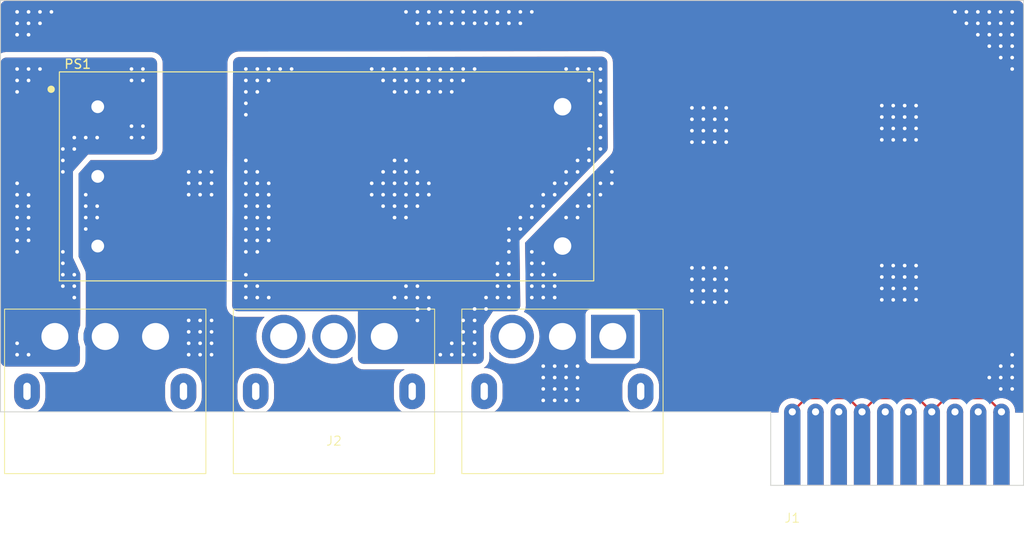
<source format=kicad_pcb>
(kicad_pcb (version 20240108) (generator "pcbnew") (generator_version "8.0")
  (layers (0 "F.Cu" signal) (31 "B.Cu" signal) (34 "B.Paste" user) (35 "F.Paste" user) (36 "B.SilkS" user "B.Silkscreen") (37 "F.SilkS" user "F.Silkscreen") (38 "B.Mask" user) (39 "F.Mask" user) (44 "Edge.Cuts" user))
  (net 0 "")
  (net 1 "GND1")
  (net 6 "/48v")
  (net 8 "GND2")
  (net 12 "/12v_3")
  (footprint "2024-power:Murata DCE0133V2NBC" (layer "F.Cu") (at 92.12 62.815)
    (property "Reference" "PS1" (at 2 -0.85 0) (layer "F.SilkS"))
    (property "Value" "DCE0133V2NBC")
    (fp_rect (start 0 22.86) (end 58.4 0) (stroke (width 0.12)) (fill none) (layer "F.SilkS"))
    (fp_circle (center -0.9 1.9) (end -0.7 1.9) (stroke (width 0.4)) (fill none) (layer "F.SilkS"))
    (pad "1" thru_hole rect (at 4.19 3.81) (size 2.1 2.1) (drill 1.4) (layers "*.Cu" "*.Mask") (net 6 "/48v"))
    (pad "2" thru_hole circle (at 4.19 11.43) (size 2.1 2.1) (drill 1.4) (layers "*.Cu" "*.Mask") (net 8 "GND2"))
    (pad "3" thru_hole circle (at 4.19 19.05) (size 2.1 2.1) (drill 1.4) (layers "*.Cu" "*.Mask") (net 8 "GND2"))
    (pad "4" thru_hole circle (at 54.99 19.05) (size 2.61 2.61) (drill 1.91) (layers "*.Cu" "*.Mask") (net 8 "GND2"))
    (pad "8" thru_hole circle (at 54.99 3.81) (size 2.61 2.61) (drill 1.91) (layers "*.Cu" "*.Mask") (net 12 "/12v_3"))
  )
  (footprint "2024-backplane:MR60PW-M_X3" (layer "F.Cu") (at 122.13 91.76)
    (property "Reference" "J2" (at 0 11.43 0) (layer "F.SilkS") (effects (font (thickness 0.1))))
    (property "Value" "~")
    (fp_rect (start -36 -3) (end -14 15) (stroke (width 0.1)) (fill none) (layer "F.SilkS"))
    (fp_rect (start -11 -3) (end 11 15) (stroke (width 0.1)) (fill none) (layer "F.SilkS"))
    (fp_rect (start 13.97 -3) (end 35.97 15) (stroke (width 0.1)) (fill none) (layer "F.SilkS"))
    (pad "" thru_hole oval (at -33.55 6) (size 2.8 3.9) (drill oval 0.8 1.9) (layers "*.Cu" "*.Mask"))
    (pad "" thru_hole oval (at -16.45 6) (size 2.8 3.9) (drill oval 0.8 1.9) (layers "*.Cu" "*.Mask"))
    (pad "" thru_hole oval (at -8.55 6) (size 2.8 3.9) (drill oval 0.8 1.9) (layers "*.Cu" "*.Mask"))
    (pad "" thru_hole oval (at 8.55 6) (size 2.8 3.9) (drill oval 0.8 1.9) (layers "*.Cu" "*.Mask"))
    (pad "" thru_hole oval (at 16.42 6) (size 2.8 3.9) (drill oval 0.8 1.9) (layers "*.Cu" "*.Mask"))
    (pad "" thru_hole oval (at 33.52 6) (size 2.8 3.9) (drill oval 0.8 1.9) (layers "*.Cu" "*.Mask"))
    (pad "1" thru_hole circle (at -30.5 0) (size 4.75 4.75) (drill 2.95) (layers "*.Cu" "*.Mask") (net 6 "/48v"))
    (pad "2" thru_hole circle (at -25 0) (size 4.75 4.75) (drill 2.95) (layers "*.Cu" "*.Mask") (net 8 "GND2"))
    (pad "3" thru_hole rect (at -19.5 0) (size 4.75 4.75) (drill 2.95) (layers "*.Cu" "*.Mask") (net 8 "GND2"))
    (pad "4" thru_hole circle (at -5.5 0) (size 4.75 4.75) (drill 2.95) (layers "*.Cu" "*.Mask"))
    (pad "5" thru_hole circle (at 0 0) (size 4.75 4.75) (drill 2.95) (layers "*.Cu" "*.Mask"))
    (pad "6" thru_hole rect (at 5.5 0) (size 4.75 4.75) (drill 2.95) (layers "*.Cu" "*.Mask") (net 12 "/12v_3"))
    (pad "7" thru_hole circle (at 19.47 0) (size 4.75 4.75) (drill 2.95) (layers "*.Cu" "*.Mask"))
    (pad "8" thru_hole circle (at 24.97 0) (size 4.75 4.75) (drill 2.95) (layers "*.Cu" "*.Mask") (net 8 "GND2"))
    (pad "9" thru_hole rect (at 30.47 0) (size 4.75 4.75) (drill 2.95) (layers "*.Cu" "*.Mask"))
  )
  (footprint "2024-backplane:CardEdge_2x10" (layer "F.Cu") (at 172.22 104)
    (property "Reference" "J1" (at 0 7.62 0) (layer "F.SilkS") (effects (font (thickness 0.1))))
    (property "Value" "Conn_01x10_Pin")
    (pad "1" thru_hole circle (at 0 -4 180) (size 1.78 1.78) (drill 0.78) (layers "*.Cu" "*.Mask") (net 1 "GND1"))
    (pad "1" smd rect (at 0 0 180) (size 1.78 8) (layers "F.Cu" "F.Paste" "F.Mask") (net 1 "GND1"))
    (pad "1" smd rect (at 0 0) (size 1.78 8) (layers "B.Cu" "B.Paste" "B.Mask") (net 1 "GND1"))
    (pad "2" thru_hole circle (at 2.54 -4 180) (size 1.78 1.78) (drill 0.78) (layers "*.Cu" "*.Mask"))
    (pad "2" smd rect (at 2.54 0 180) (size 1.78 8) (layers "F.Cu" "F.Paste" "F.Mask"))
    (pad "2" smd rect (at 2.54 0) (size 1.78 8) (layers "B.Cu" "B.Paste" "B.Mask"))
    (pad "3" thru_hole circle (at 5.08 -4 180) (size 1.78 1.78) (drill 0.78) (layers "*.Cu" "*.Mask"))
    (pad "3" smd rect (at 5.08 0 180) (size 1.78 8) (layers "F.Cu" "F.Paste" "F.Mask"))
    (pad "3" smd rect (at 5.08 0) (size 1.78 8) (layers "B.Cu" "B.Paste" "B.Mask"))
    (pad "4" thru_hole circle (at 7.62 -4 180) (size 1.78 1.78) (drill 0.78) (layers "*.Cu" "*.Mask") (net 1 "GND1"))
    (pad "4" smd rect (at 7.62 0 180) (size 1.78 8) (layers "F.Cu" "F.Paste" "F.Mask") (net 1 "GND1"))
    (pad "4" smd rect (at 7.62 0) (size 1.78 8) (layers "B.Cu" "B.Paste" "B.Mask") (net 1 "GND1"))
    (pad "5" thru_hole circle (at 10.16 -4 180) (size 1.78 1.78) (drill 0.78) (layers "*.Cu" "*.Mask"))
    (pad "5" smd rect (at 10.16 0 180) (size 1.78 8) (layers "F.Cu" "F.Paste" "F.Mask"))
    (pad "5" smd rect (at 10.16 0) (size 1.78 8) (layers "B.Cu" "B.Paste" "B.Mask"))
    (pad "6" thru_hole circle (at 12.7 -4 180) (size 1.78 1.78) (drill 0.78) (layers "*.Cu" "*.Mask"))
    (pad "6" smd rect (at 12.7 0 180) (size 1.78 8) (layers "F.Cu" "F.Paste" "F.Mask"))
    (pad "6" smd rect (at 12.7 0) (size 1.78 8) (layers "B.Cu" "B.Paste" "B.Mask"))
    (pad "7" thru_hole circle (at 15.24 -4 180) (size 1.78 1.78) (drill 0.78) (layers "*.Cu" "*.Mask") (net 1 "GND1"))
    (pad "7" smd rect (at 15.24 0 180) (size 1.78 8) (layers "F.Cu" "F.Paste" "F.Mask") (net 1 "GND1"))
    (pad "7" smd rect (at 15.24 0) (size 1.78 8) (layers "B.Cu" "B.Paste" "B.Mask") (net 1 "GND1"))
    (pad "8" thru_hole circle (at 17.78 -4 180) (size 1.78 1.78) (drill 0.78) (layers "*.Cu" "*.Mask"))
    (pad "8" smd rect (at 17.78 0 180) (size 1.78 8) (layers "F.Cu" "F.Paste" "F.Mask"))
    (pad "8" smd rect (at 17.78 0) (size 1.78 8) (layers "B.Cu" "B.Paste" "B.Mask"))
    (pad "9" thru_hole circle (at 20.32 -4 180) (size 1.78 1.78) (drill 0.78) (layers "*.Cu" "*.Mask"))
    (pad "9" smd rect (at 20.32 0 180) (size 1.78 8) (layers "F.Cu" "F.Paste" "F.Mask"))
    (pad "9" smd rect (at 20.32 0) (size 1.78 8) (layers "B.Cu" "B.Paste" "B.Mask"))
    (pad "10" thru_hole circle (at 22.86 -4 180) (size 1.78 1.78) (drill 0.78) (layers "*.Cu" "*.Mask") (net 1 "GND1"))
    (pad "10" smd rect (at 22.86 0 180) (size 1.78 8) (layers "F.Cu" "F.Paste" "F.Mask") (net 1 "GND1"))
    (pad "10" smd rect (at 22.86 0) (size 1.78 8) (layers "B.Cu" "B.Paste" "B.Mask") (net 1 "GND1"))
  )
  (gr_line (start 197.5 108.042) (end 169.86 108.042) (stroke (width 0.1)) (layer "Edge.Cuts"))
  (gr_line (start 197.5 108.042) (end 197.5 100) (stroke (width 0.1)) (layer "Edge.Cuts"))
  (gr_line (start 85.68 100) (end 85.68 55) (stroke (width 0.1)) (layer "Edge.Cuts"))
  (gr_line (start 85.68 55) (end 197.5 55) (stroke (width 0.1)) (layer "Edge.Cuts"))
  (gr_line (start 169.86 100) (end 85.68 100) (stroke (width 0.1)) (layer "Edge.Cuts"))
  (gr_line (start 197.5 100) (end 197.5 55) (stroke (width 0.1)) (layer "Edge.Cuts"))
  (gr_line (start 169.86 108.042) (end 169.86 100) (stroke (width 0.1)) (layer "Edge.Cuts"))
  (segment (start 193.58 98.5) (end 188.96 98.5) (width 0.25) (layer "F.Cu") (net 1))
  (segment (start 188.96 98.5) (end 187.46 100) (width 0.25) (layer "F.Cu") (net 1))
  (segment (start 185.96 98.5) (end 181.34 98.5) (width 0.25) (layer "F.Cu") (net 1))
  (segment (start 179.84 100) (end 178.34 98.5) (width 0.25) (layer "F.Cu") (net 1))
  (segment (start 195.08 100) (end 193.58 98.5) (width 0.25) (layer "F.Cu") (net 1))
  (segment (start 173.72 98.5) (end 172.22 100) (width 0.25) (layer "F.Cu") (net 1))
  (segment (start 187.46 100) (end 185.96 98.5) (width 0.25) (layer "F.Cu") (net 1))
  (segment (start 178.34 98.5) (end 173.72 98.5) (width 0.25) (layer "F.Cu") (net 1))
  (segment (start 181.34 98.5) (end 179.84 100) (width 0.25) (layer "F.Cu") (net 1))
  (via (at 88.75 63.75) (size 0.8) (drill 0.4) (layers "F.Cu" "B.Cu") (net 6))
  (via (at 92.5 86.25) (size 0.8) (drill 0.4) (layers "F.Cu" "B.Cu") (net 6))
  (via (at 93.75 71.25) (size 0.8) (drill 0.4) (layers "F.Cu" "B.Cu") (net 6))
  (via (at 88.75 78.75) (size 0.8) (drill 0.4) (layers "F.Cu" "B.Cu") (net 6))
  (via (at 88.75 77.5) (size 0.8) (drill 0.4) (layers "F.Cu" "B.Cu") (net 6))
  (via (at 87.5 93.75) (size 0.8) (drill 0.4) (layers "F.Cu" "B.Cu") (net 6))
  (via (at 87.5 76.25) (size 0.8) (drill 0.4) (layers "F.Cu" "B.Cu") (net 6))
  (via (at 101.25 68.75) (size 0.8) (drill 0.4) (layers "F.Cu" "B.Cu") (net 6))
  (via (at 100 63.75) (size 0.8) (drill 0.4) (layers "F.Cu" "B.Cu") (net 6))
  (via (at 87.5 65) (size 0.8) (drill 0.4) (layers "F.Cu" "B.Cu") (net 6))
  (via (at 88.75 76.25) (size 0.8) (drill 0.4) (layers "F.Cu" "B.Cu") (net 6))
  (via (at 101.25 62.5) (size 0.8) (drill 0.4) (layers "F.Cu" "B.Cu") (net 6))
  (via (at 92.5 82.5) (size 0.8) (drill 0.4) (layers "F.Cu" "B.Cu") (net 6))
  (via (at 87.5 77.5) (size 0.8) (drill 0.4) (layers "F.Cu" "B.Cu") (net 6))
  (via (at 87.5 75) (size 0.8) (drill 0.4) (layers "F.Cu" "B.Cu") (net 6))
  (via (at 90 62.5) (size 0.8) (drill 0.4) (layers "F.Cu" "B.Cu") (net 6))
  (via (at 93.75 70) (size 0.8) (drill 0.4) (layers "F.Cu" "B.Cu") (net 6))
  (via (at 93.75 87.5) (size 0.8) (drill 0.4) (layers "F.Cu" "B.Cu") (net 6))
  (via (at 88.75 93.75) (size 0.8) (drill 0.4) (layers "F.Cu" "B.Cu") (net 6))
  (via (at 101.25 70) (size 0.8) (drill 0.4) (layers "F.Cu" "B.Cu") (net 6))
  (via (at 87.5 63.75) (size 0.8) (drill 0.4) (layers "F.Cu" "B.Cu") (net 6))
  (via (at 95 70) (size 0.8) (drill 0.4) (layers "F.Cu" "B.Cu") (net 6))
  (via (at 87.5 78.75) (size 0.8) (drill 0.4) (layers "F.Cu" "B.Cu") (net 6))
  (via (at 88.75 62.5) (size 0.8) (drill 0.4) (layers "F.Cu" "B.Cu") (net 6))
  (via (at 87.5 81.25) (size 0.8) (drill 0.4) (layers "F.Cu" "B.Cu") (net 6))
  (via (at 87.5 80) (size 0.8) (drill 0.4) (layers "F.Cu" "B.Cu") (net 6))
  (via (at 92.5 73.75) (size 0.8) (drill 0.4) (layers "F.Cu" "B.Cu") (net 6))
  (via (at 96.25 70) (size 0.8) (drill 0.4) (layers "F.Cu" "B.Cu") (net 6))
  (via (at 88.75 80) (size 0.8) (drill 0.4) (layers "F.Cu" "B.Cu") (net 6))
  (via (at 87.5 82.5) (size 0.8) (drill 0.4) (layers "F.Cu" "B.Cu") (net 6))
  (via (at 87.5 62.5) (size 0.8) (drill 0.4) (layers "F.Cu" "B.Cu") (net 6))
  (via (at 92.5 72.5) (size 0.8) (drill 0.4) (layers "F.Cu" "B.Cu") (net 6))
  (via (at 100 62.5) (size 0.8) (drill 0.4) (layers "F.Cu" "B.Cu") (net 6))
  (via (at 92.5 85) (size 0.8) (drill 0.4) (layers "F.Cu" "B.Cu") (net 6))
  (via (at 100 70) (size 0.8) (drill 0.4) (layers "F.Cu" "B.Cu") (net 6))
  (via (at 93.75 85) (size 0.8) (drill 0.4) (layers "F.Cu" "B.Cu") (net 6))
  (via (at 92.5 71.25) (size 0.8) (drill 0.4) (layers "F.Cu" "B.Cu") (net 6))
  (via (at 93.75 86.25) (size 0.8) (drill 0.4) (layers "F.Cu" "B.Cu") (net 6))
  (via (at 87.5 92.5) (size 0.8) (drill 0.4) (layers "F.Cu" "B.Cu") (net 6))
  (via (at 100 68.75) (size 0.8) (drill 0.4) (layers "F.Cu" "B.Cu") (net 6))
  (via (at 88.75 81.25) (size 0.8) (drill 0.4) (layers "F.Cu" "B.Cu") (net 6))
  (via (at 92.5 83.75) (size 0.8) (drill 0.4) (layers "F.Cu" "B.Cu") (net 6))
  (via (at 101.25 63.75) (size 0.8) (drill 0.4) (layers "F.Cu" "B.Cu") (net 6))
  (via (at 196.25 97.5) (size 0.8) (drill 0.4) (layers "F.Cu" "B.Cu") (net 8))
  (via (at 185.75 85.25) (size 0.8) (drill 0.4) (layers "F.Cu" "B.Cu") (net 8))
  (via (at 150 77.5) (size 0.8) (drill 0.4) (layers "F.Cu" "B.Cu") (net 8))
  (via (at 185.75 84) (size 0.8) (drill 0.4) (layers "F.Cu" "B.Cu") (net 8))
  (via (at 145 97.5) (size 0.8) (drill 0.4) (layers "F.Cu" "B.Cu") (net 8))
  (via (at 196.25 58.75) (size 0.8) (drill 0.4) (layers "F.Cu" "B.Cu") (net 8))
  (via (at 163.75 85.5) (size 0.8) (drill 0.4) (layers "F.Cu" "B.Cu") (net 8))
  (via (at 106.25 90) (size 0.8) (drill 0.4) (layers "F.Cu" "B.Cu") (net 8))
  (via (at 196.25 62.5) (size 0.8) (drill 0.4) (layers "F.Cu" "B.Cu") (net 8))
  (via (at 184.5 84) (size 0.8) (drill 0.4) (layers "F.Cu" "B.Cu") (net 8))
  (via (at 146.25 85) (size 0.8) (drill 0.4) (layers "F.Cu" "B.Cu") (net 8))
  (via (at 147.5 98.75) (size 0.8) (drill 0.4) (layers "F.Cu" "B.Cu") (net 8))
  (via (at 195 97.5) (size 0.8) (drill 0.4) (layers "F.Cu" "B.Cu") (net 8))
  (via (at 162.5 68) (size 0.8) (drill 0.4) (layers "F.Cu" "B.Cu") (net 8))
  (via (at 162.5 69.25) (size 0.8) (drill 0.4) (layers "F.Cu" "B.Cu") (net 8))
  (via (at 146.25 97.5) (size 0.8) (drill 0.4) (layers "F.Cu" "B.Cu") (net 8))
  (via (at 185.75 69) (size 0.8) (drill 0.4) (layers "F.Cu" "B.Cu") (net 8))
  (via (at 142.5 56.25) (size 0.8) (drill 0.4) (layers "F.Cu" "B.Cu") (net 8))
  (via (at 165 85.5) (size 0.8) (drill 0.4) (layers "F.Cu" "B.Cu") (net 8))
  (via (at 163.75 70.5) (size 0.8) (drill 0.4) (layers "F.Cu" "B.Cu") (net 8))
  (via (at 184.5 87.75) (size 0.8) (drill 0.4) (layers "F.Cu" "B.Cu") (net 8))
  (via (at 190 56.25) (size 0.8) (drill 0.4) (layers "F.Cu" "B.Cu") (net 8))
  (via (at 108.75 90) (size 0.8) (drill 0.4) (layers "F.Cu" "B.Cu") (net 8))
  (via (at 148.75 96.25) (size 0.8) (drill 0.4) (layers "F.Cu" "B.Cu") (net 8))
  (via (at 185.75 87.75) (size 0.8) (drill 0.4) (layers "F.Cu" "B.Cu") (net 8))
  (via (at 141.25 56.25) (size 0.8) (drill 0.4) (layers "F.Cu" "B.Cu") (net 8))
  (via (at 152.5 73.75) (size 0.8) (drill 0.4) (layers "F.Cu" "B.Cu") (net 8))
  (via (at 90 56.25) (size 0.8) (drill 0.4) (layers "F.Cu" "B.Cu") (net 8))
  (via (at 136.25 56.25) (size 0.8) (drill 0.4) (layers "F.Cu" "B.Cu") (net 8))
  (via (at 165 70.5) (size 0.8) (drill 0.4) (layers "F.Cu" "B.Cu") (net 8))
  (via (at 108.75 92.5) (size 0.8) (drill 0.4) (layers "F.Cu" "B.Cu") (net 8))
  (via (at 196.25 95) (size 0.8) (drill 0.4) (layers "F.Cu" "B.Cu") (net 8))
  (via (at 193.75 57.5) (size 0.8) (drill 0.4) (layers "F.Cu" "B.Cu") (net 8))
  (via (at 165 69.25) (size 0.8) (drill 0.4) (layers "F.Cu" "B.Cu") (net 8))
  (via (at 183.25 87.75) (size 0.8) (drill 0.4) (layers "F.Cu" "B.Cu") (net 8))
  (via (at 184.5 67.75) (size 0.8) (drill 0.4) (layers "F.Cu" "B.Cu") (net 8))
  (via (at 165 88) (size 0.8) (drill 0.4) (layers "F.Cu" "B.Cu") (net 8))
  (via (at 146.25 96.25) (size 0.8) (drill 0.4) (layers "F.Cu" "B.Cu") (net 8))
  (via (at 196.25 57.5) (size 0.8) (drill 0.4) (layers "F.Cu" "B.Cu") (net 8))
  (via (at 183.25 69) (size 0.8) (drill 0.4) (layers "F.Cu" "B.Cu") (net 8))
  (via (at 196.25 93.75) (size 0.8) (drill 0.4) (layers "F.Cu" "B.Cu") (net 8))
  (via (at 195 96.25) (size 0.8) (drill 0.4) (layers "F.Cu" "B.Cu") (net 8))
  (via (at 143.75 56.25) (size 0.8) (drill 0.4) (layers "F.Cu" "B.Cu") (net 8))
  (via (at 136.25 57.5) (size 0.8) (drill 0.4) (layers "F.Cu" "B.Cu") (net 8))
  (via (at 107.5 92.5) (size 0.8) (drill 0.4) (layers "F.Cu" "B.Cu") (net 8))
  (via (at 161.25 86.75) (size 0.8) (drill 0.4) (layers "F.Cu" "B.Cu") (net 8))
  (via (at 87.5 58.75) (size 0.8) (drill 0.4) (layers "F.Cu" "B.Cu") (net 8))
  (via (at 162.5 85.5) (size 0.8) (drill 0.4) (layers "F.Cu" "B.Cu") (net 8))
  (via (at 135 56.25) (size 0.8) (drill 0.4) (layers "F.Cu" "B.Cu") (net 8))
  (via (at 141.25 57.5) (size 0.8) (drill 0.4) (layers "F.Cu" "B.Cu") (net 8))
  (via (at 183.25 70.25) (size 0.8) (drill 0.4) (layers "F.Cu" "B.Cu") (net 8))
  (via (at 143.75 87.5) (size 0.8) (drill 0.4) (layers "F.Cu" "B.Cu") (net 8))
  (via (at 195 60) (size 0.8) (drill 0.4) (layers "F.Cu" "B.Cu") (net 8))
  (via (at 195 56.25) (size 0.8) (drill 0.4) (layers "F.Cu" "B.Cu") (net 8))
  (via (at 161.25 85.5) (size 0.8) (drill 0.4) (layers "F.Cu" "B.Cu") (net 8))
  (via (at 147.5 78.75) (size 0.8) (drill 0.4) (layers "F.Cu" "B.Cu") (net 8))
  (via (at 108.75 75) (size 0.8) (drill 0.4) (layers "F.Cu" "B.Cu") (net 8))
  (via (at 88.75 58.75) (size 0.8) (drill 0.4) (layers "F.Cu" "B.Cu") (net 8))
  (via (at 150 76.25) (size 0.8) (drill 0.4) (layers "F.Cu" "B.Cu") (net 8))
  (via (at 140 57.5) (size 0.8) (drill 0.4) (layers "F.Cu" "B.Cu") (net 8))
  (via (at 161.25 66.75) (size 0.8) (drill 0.4) (layers "F.Cu" "B.Cu") (net 8))
  (via (at 165 68) (size 0.8) (drill 0.4) (layers "F.Cu" "B.Cu") (net 8))
  (via (at 135 57.5) (size 0.8) (drill 0.4) (layers "F.Cu" "B.Cu") (net 8))
  (via (at 184.5 85.25) (size 0.8) (drill 0.4) (layers "F.Cu" "B.Cu") (net 8))
  (via (at 161.25 68) (size 0.8) (drill 0.4) (layers "F.Cu" "B.Cu") (net 8))
  (via (at 161.25 69.25) (size 0.8) (drill 0.4) (layers "F.Cu" "B.Cu") (net 8))
  (via (at 193.75 60) (size 0.8) (drill 0.4) (layers "F.Cu" "B.Cu") (net 8))
  (via (at 95 77.5) (size 0.8) (drill 0.4) (layers "F.Cu" "B.Cu") (net 8))
  (via (at 183.25 67.75) (size 0.8) (drill 0.4) (layers "F.Cu" "B.Cu") (net 8))
  (via (at 143.75 86.25) (size 0.8) (drill 0.4) (layers "F.Cu" "B.Cu") (net 8))
  (via (at 88.75 56.25) (size 0.8) (drill 0.4) (layers "F.Cu" "B.Cu") (net 8))
  (via (at 106.25 75) (size 0.8) (drill 0.4) (layers "F.Cu" "B.Cu") (net 8))
  (via (at 196.25 96.25) (size 0.8) (drill 0.4) (layers "F.Cu" "B.Cu") (net 8))
  (via (at 107.5 93.75) (size 0.8) (drill 0.4) (layers "F.Cu" "B.Cu") (net 8))
  (via (at 184.5 86.5) (size 0.8) (drill 0.4) (layers "F.Cu" "B.Cu") (net 8))
  (via (at 162.5 84.25) (size 0.8) (drill 0.4) (layers "F.Cu" "B.Cu") (net 8))
  (via (at 195 95) (size 0.8) (drill 0.4) (layers "F.Cu" "B.Cu") (net 8))
  (via (at 185.75 67.75) (size 0.8) (drill 0.4) (layers "F.Cu" "B.Cu") (net 8))
  (via (at 140 56.25) (size 0.8) (drill 0.4) (layers "F.Cu" "B.Cu") (net 8))
  (via (at 106.25 73.75) (size 0.8) (drill 0.4) (layers "F.Cu" "B.Cu") (net 8))
  (via (at 193.75 58.75) (size 0.8) (drill 0.4) (layers "F.Cu" "B.Cu") (net 8))
  (via (at 191.25 56.25) (size 0.8) (drill 0.4) (layers "F.Cu" "B.Cu") (net 8))
  (via (at 133.75 57.5) (size 0.8) (drill 0.4) (layers "F.Cu" "B.Cu") (net 8))
  (via (at 184.5 70.25) (size 0.8) (drill 0.4) (layers "F.Cu" "B.Cu") (net 8))
  (via (at 131.25 56.25) (size 0.8) (drill 0.4) (layers "F.Cu" "B.Cu") (net 8))
  (via (at 182 69) (size 0.8) (drill 0.4) (layers "F.Cu" "B.Cu") (net 8))
  (via (at 108.75 91.25) (size 0.8) (drill 0.4) (layers "F.Cu" "B.Cu") (net 8))
  (via (at 162.5 70.5) (size 0.8) (drill 0.4) (layers "F.Cu" "B.Cu") (net 8))
  (via (at 184.5 69) (size 0.8) (drill 0.4) (layers "F.Cu" "B.Cu") (net 8))
  (via (at 95 80) (size 0.8) (drill 0.4) (layers "F.Cu" "B.Cu") (net 8))
  (via (at 182 87.75) (size 0.8) (drill 0.4) (layers "F.Cu" "B.Cu") (net 8))
  (via (at 95 76.25) (size 0.8) (drill 0.4) (layers "F.Cu" "B.Cu") (net 8))
  (via (at 183.25 66.5) (size 0.8) (drill 0.4) (layers "F.Cu" "B.Cu") (net 8))
  (via (at 161.25 70.5) (size 0.8) (drill 0.4) (layers "F.Cu" "B.Cu") (net 8))
  (via (at 96.25 77.5) (size 0.8) (drill 0.4) (layers "F.Cu" "B.Cu") (net 8))
  (via (at 196.25 56.25) (size 0.8) (drill 0.4) (layers "F.Cu" "B.Cu") (net 8))
  (via (at 165 84.25) (size 0.8) (drill 0.4) (layers "F.Cu" "B.Cu") (net 8))
  (via (at 145 83.75) (size 0.8) (drill 0.4) (layers "F.Cu" "B.Cu") (net 8))
  (via (at 148.75 95) (size 0.8) (drill 0.4) (layers "F.Cu" "B.Cu") (net 8))
  (via (at 107.5 76.25) (size 0.8) (drill 0.4) (layers "F.Cu" "B.Cu") (net 8))
  (via (at 182 70.25) (size 0.8) (drill 0.4) (layers "F.Cu" "B.Cu") (net 8))
  (via (at 162.5 66.75) (size 0.8) (drill 0.4) (layers "F.Cu" "B.Cu") (net 8))
  (via (at 133.75 56.25) (size 0.8) (drill 0.4) (layers "F.Cu" "B.Cu") (net 8))
  (via (at 132.5 57.5) (size 0.8) (drill 0.4) (layers "F.Cu" "B.Cu") (net 8))
  (via (at 184.5 66.5) (size 0.8) (drill 0.4) (layers "F.Cu" "B.Cu") (net 8))
  (via (at 196.25 60) (size 0.8) (drill 0.4) (layers "F.Cu" "B.Cu") (net 8))
  (via (at 106.25 76.25) (size 0.8) (drill 0.4) (layers "F.Cu" "B.Cu") (net 8))
  (via (at 147.5 95) (size 0.8) (drill 0.4) (layers "F.Cu" "B.Cu") (net 8))
  (via (at 182 86.5) (size 0.8) (drill 0.4) (layers "F.Cu" "B.Cu") (net 8))
  (via (at 137.5 56.25) (size 0.8) (drill 0.4) (layers "F.Cu" "B.Cu") (net 8))
  (via (at 185.75 66.5) (size 0.8) (drill 0.4) (layers "F.Cu" "B.Cu") (net 8))
  (via (at 87.5 56.25) (size 0.8) (drill 0.4) (layers "F.Cu" "B.Cu") (net 8))
  (via (at 161.25 88) (size 0.8) (drill 0.4) (layers "F.Cu" "B.Cu") (net 8))
  (via (at 131.25 57.5) (size 0.8) (drill 0.4) (layers "F.Cu" "B.Cu") (net 8))
  (via (at 148.75 97.5) (size 0.8) (drill 0.4) (layers "F.Cu" "B.Cu") (net 8))
  (via (at 182 85.25) (size 0.8) (drill 0.4) (layers "F.Cu" "B.Cu") (net 8))
  (via (at 148.75 78.75) (size 0.8) (drill 0.4) (layers "F.Cu" "B.Cu") (net 8))
  (via (at 88.75 57.5) (size 0.8) (drill 0.4) (layers "F.Cu" "B.Cu") (net 8))
  (via (at 196.25 61.25) (size 0.8) (drill 0.4) (layers "F.Cu" "B.Cu") (net 8))
  (via (at 147.5 96.25) (size 0.8) (drill 0.4) (layers "F.Cu" "B.Cu") (net 8))
  (via (at 195 61.25) (size 0.8) (drill 0.4) (layers "F.Cu" "B.Cu") (net 8))
  (via (at 193.75 56.25) (size 0.8) (drill 0.4) (layers "F.Cu" "B.Cu") (net 8))
  (via (at 182 67.75) (size 0.8) (drill 0.4) (layers "F.Cu" "B.Cu") (net 8))
  (via (at 90 57.5) (size 0.8) (drill 0.4) (layers "F.Cu" "B.Cu") (net 8))
  (via (at 145 96.25) (size 0.8) (drill 0.4) (layers "F.Cu" "B.Cu") (net 8))
  (via (at 95 78.75) (size 0.8) (drill 0.4) (layers "F.Cu" "B.Cu") (net 8))
  (via (at 193.75 96.25) (size 0.8) (drill 0.4) (layers "F.Cu" "B.Cu") (net 8))
  (via (at 143.75 85) (size 0.8) (drill 0.4) (layers "F.Cu" "B.Cu") (net 8))
  (via (at 195 57.5) (size 0.8) (drill 0.4) (layers "F.Cu" "B.Cu") (net 8))
  (via (at 142.5 57.5) (size 0.8) (drill 0.4) (layers "F.Cu" "B.Cu") (net 8))
  (via (at 163.75 88) (size 0.8) (drill 0.4) (layers "F.Cu" "B.Cu") (net 8))
  (via (at 146.25 87.5) (size 0.8) (drill 0.4) (layers "F.Cu" "B.Cu") (net 8))
  (via (at 163.75 68) (size 0.8) (drill 0.4) (layers "F.Cu" "B.Cu") (net 8))
  (via (at 162.5 86.75) (size 0.8) (drill 0.4) (layers "F.Cu" "B.Cu") (net 8))
  (via (at 162.5 88) (size 0.8) (drill 0.4) (layers "F.Cu" "B.Cu") (net 8))
  (via (at 137.5 57.5) (size 0.8) (drill 0.4) (layers "F.Cu" "B.Cu") (net 8))
  (via (at 192.5 58.75) (size 0.8) (drill 0.4) (layers "F.Cu" "B.Cu") (net 8))
  (via (at 107.5 90) (size 0.8) (drill 0.4) (layers "F.Cu" "B.Cu") (net 8))
  (via (at 145 95) (size 0.8) (drill 0.4) (layers "F.Cu" "B.Cu") (net 8))
  (via (at 192.5 57.5) (size 0.8) (drill 0.4) (layers "F.Cu" "B.Cu") (net 8))
  (via (at 138.75 57.5) (size 0.8) (drill 0.4) (layers "F.Cu" "B.Cu") (net 8))
  (via (at 107.5 73.75) (size 0.8) (drill 0.4) (layers "F.Cu" "B.Cu") (net 8))
  (via (at 151.25 76.25) (size 0.8) (drill 0.4) (layers "F.Cu" "B.Cu") (net 8))
  (via (at 161.25 84.25) (size 0.8) (drill 0.4) (layers "F.Cu" "B.Cu") (net 8))
  (via (at 163.75 86.75) (size 0.8) (drill 0.4) (layers "F.Cu" "B.Cu") (net 8))
  (via (at 185.75 86.5) (size 0.8) (drill 0.4) (layers "F.Cu" "B.Cu") (net 8))
  (via (at 143.75 83.75) (size 0.8) (drill 0.4) (layers "F.Cu" "B.Cu") (net 8))
  (via (at 132.5 56.25) (size 0.8) (drill 0.4) (layers "F.Cu" "B.Cu") (net 8))
  (via (at 183.25 86.5) (size 0.8) (drill 0.4) (layers "F.Cu" "B.Cu") (net 8))
  (via (at 96.25 78.75) (size 0.8) (drill 0.4) (layers "F.Cu" "B.Cu") (net 8))
  (via (at 191.25 57.5) (size 0.8) (drill 0.4) (layers "F.Cu" "B.Cu") (net 8))
  (via (at 145 87.5) (size 0.8) (drill 0.4) (layers "F.Cu" "B.Cu") (net 8))
  (via (at 108.75 93.75) (size 0.8) (drill 0.4) (layers "F.Cu" "B.Cu") (net 8))
  (via (at 146.25 98.75) (size 0.8) (drill 0.4) (layers "F.Cu" "B.Cu") (net 8))
  (via (at 106.25 93.75) (size 0.8) (drill 0.4) (layers "F.Cu" "B.Cu") (net 8))
  (via (at 165 66.75) (size 0.8) (drill 0.4) (layers "F.Cu" "B.Cu") (net 8))
  (via (at 106.25 91.25) (size 0.8) (drill 0.4) (layers "F.Cu" "B.Cu") (net 8))
  (via (at 108.75 76.25) (size 0.8) (drill 0.4) (layers "F.Cu" "B.Cu") (net 8))
  (via (at 107.5 91.25) (size 0.8) (drill 0.4) (layers "F.Cu" "B.Cu") (net 8))
  (via (at 148.75 77.5) (size 0.8) (drill 0.4) (layers "F.Cu" "B.Cu") (net 8))
  (via (at 163.75 69.25) (size 0.8) (drill 0.4) (layers "F.Cu" "B.Cu") (net 8))
  (via (at 87.5 57.5) (size 0.8) (drill 0.4) (layers "F.Cu" "B.Cu") (net 8))
  (via (at 195 58.75) (size 0.8) (drill 0.4) (layers "F.Cu" "B.Cu") (net 8))
  (via (at 147.5 97.5) (size 0.8) (drill 0.4) (layers "F.Cu" "B.Cu") (net 8))
  (via (at 145 86.25) (size 0.8) (drill 0.4) (layers "F.Cu" "B.Cu") (net 8))
  (via (at 151.25 75) (size 0.8) (drill 0.4) (layers "F.Cu" "B.Cu") (net 8))
  (via (at 145 98.75) (size 0.8) (drill 0.4) (layers "F.Cu" "B.Cu") (net 8))
  (via (at 183.25 85.25) (size 0.8) (drill 0.4) (layers "F.Cu" "B.Cu") (net 8))
  (via (at 91.25 56.25) (size 0.8) (drill 0.4) (layers "F.Cu" "B.Cu") (net 8))
  (via (at 185.75 70.25) (size 0.8) (drill 0.4) (layers "F.Cu" "B.Cu") (net 8))
  (via (at 183.25 84) (size 0.8) (drill 0.4) (layers "F.Cu" "B.Cu") (net 8))
  (via (at 182 66.5) (size 0.8) (drill 0.4) (layers "F.Cu" "B.Cu") (net 8))
  (via (at 163.75 66.75) (size 0.8) (drill 0.4) (layers "F.Cu" "B.Cu") (net 8))
  (via (at 130 56.25) (size 0.8) (drill 0.4) (layers "F.Cu" "B.Cu") (net 8))
  (via (at 146.25 95) (size 0.8) (drill 0.4) (layers "F.Cu" "B.Cu") (net 8))
  (via (at 138.75 56.25) (size 0.8) (drill 0.4) (layers "F.Cu" "B.Cu") (net 8))
  (via (at 163.75 84.25) (size 0.8) (drill 0.4) (layers "F.Cu" "B.Cu") (net 8))
  (via (at 148.75 98.75) (size 0.8) (drill 0.4) (layers "F.Cu" "B.Cu") (net 8))
  (via (at 182 84) (size 0.8) (drill 0.4) (layers "F.Cu" "B.Cu") (net 8))
  (via (at 145 85) (size 0.8) (drill 0.4) (layers "F.Cu" "B.Cu") (net 8))
  (via (at 143.75 82.5) (size 0.8) (drill 0.4) (layers "F.Cu" "B.Cu") (net 8))
  (via (at 108.75 73.75) (size 0.8) (drill 0.4) (layers "F.Cu" "B.Cu") (net 8))
  (via (at 146.25 86.25) (size 0.8) (drill 0.4) (layers "F.Cu" "B.Cu") (net 8))
  (via (at 165 86.75) (size 0.8) (drill 0.4) (layers "F.Cu" "B.Cu") (net 8))
  (via (at 106.25 92.5) (size 0.8) (drill 0.4) (layers "F.Cu" "B.Cu") (net 8))
  (via (at 192.5 56.25) (size 0.8) (drill 0.4) (layers "F.Cu" "B.Cu") (net 8))
  (via (at 107.5 75) (size 0.8) (drill 0.4) (layers "F.Cu" "B.Cu") (net 8))
  (via (at 152.5 75) (size 0.8) (drill 0.4) (layers "F.Cu" "B.Cu") (net 8))
  (via (at 126.25 62.5) (size 0.8) (drill 0.4) (layers "F.Cu" "B.Cu") (net 12))
  (via (at 147.5 75) (size 0.8) (drill 0.4) (layers "F.Cu" "B.Cu") (net 12))
  (via (at 131.25 88.75) (size 0.8) (drill 0.4) (layers "F.Cu" "B.Cu") (net 12))
  (via (at 131.25 77.5) (size 0.8) (drill 0.4) (layers "F.Cu" "B.Cu") (net 12))
  (via (at 115 76.25) (size 0.8) (drill 0.4) (layers "F.Cu" "B.Cu") (net 12))
  (via (at 140 83.75) (size 0.8) (drill 0.4) (layers "F.Cu" "B.Cu") (net 12))
  (via (at 132.5 75) (size 0.8) (drill 0.4) (layers "F.Cu" "B.Cu") (net 12))
  (via (at 127.5 62.5) (size 0.8) (drill 0.4) (layers "F.Cu" "B.Cu") (net 12))
  (via (at 113.75 87.5) (size 0.8) (drill 0.4) (layers "F.Cu" "B.Cu") (net 12))
  (via (at 132.5 65) (size 0.8) (drill 0.4) (layers "F.Cu" "B.Cu") (net 12))
  (via (at 113.75 78.75) (size 0.8) (drill 0.4) (layers "F.Cu" "B.Cu") (net 12))
  (via (at 147.5 73.75) (size 0.8) (drill 0.4) (layers "F.Cu" "B.Cu") (net 12))
  (via (at 136.25 90) (size 0.8) (drill 0.4) (layers "F.Cu" "B.Cu") (net 12))
  (via (at 135 63.75) (size 0.8) (drill 0.4) (layers "F.Cu" "B.Cu") (net 12))
  (via (at 113.75 63.75) (size 0.8) (drill 0.4) (layers "F.Cu" "B.Cu") (net 12))
  (via (at 112.5 75) (size 0.8) (drill 0.4) (layers "F.Cu" "B.Cu") (net 12))
  (via (at 113.75 75) (size 0.8) (drill 0.4) (layers "F.Cu" "B.Cu") (net 12))
  (via (at 127.5 77.5) (size 0.8) (drill 0.4) (layers "F.Cu" "B.Cu") (net 12))
  (via (at 150 63.75) (size 0.8) (drill 0.4) (layers "F.Cu" "B.Cu") (net 12))
  (via (at 112.5 82.5) (size 0.8) (drill 0.4) (layers "F.Cu" "B.Cu") (net 12))
  (via (at 130 72.5) (size 0.8) (drill 0.4) (layers "F.Cu" "B.Cu") (net 12))
  (via (at 151.25 66.25) (size 0.8) (drill 0.4) (layers "F.Cu" "B.Cu") (net 12))
  (via (at 136.25 62.5) (size 0.8) (drill 0.4) (layers "F.Cu" "B.Cu") (net 12))
  (via (at 112.5 80) (size 0.8) (drill 0.4) (layers "F.Cu" "B.Cu") (net 12))
  (via (at 151.25 65) (size 0.8) (drill 0.4) (layers "F.Cu" "B.Cu") (net 12))
  (via (at 115 77.5) (size 0.8) (drill 0.4) (layers "F.Cu" "B.Cu") (net 12))
  (via (at 113.75 62.5) (size 0.8) (drill 0.4) (layers "F.Cu" "B.Cu") (net 12))
  (via (at 135 62.5) (size 0.8) (drill 0.4) (layers "F.Cu" "B.Cu") (net 12))
  (via (at 151.25 63.75) (size 0.8) (drill 0.4) (layers "F.Cu" "B.Cu") (net 12))
  (via (at 130 86.25) (size 0.8) (drill 0.4) (layers "F.Cu" "B.Cu") (net 12))
  (via (at 115 87.5) (size 0.8) (drill 0.4) (layers "F.Cu" "B.Cu") (net 12))
  (via (at 130 65) (size 0.8) (drill 0.4) (layers "F.Cu" "B.Cu") (net 12))
  (via (at 142.5 80) (size 0.8) (drill 0.4) (layers "F.Cu" "B.Cu") (net 12))
  (via (at 151.25 67.5) (size 0.8) (drill 0.4) (layers "F.Cu" "B.Cu") (net 12))
  (via (at 141.25 82.5) (size 0.8) (drill 0.4) (layers "F.Cu" "B.Cu") (net 12))
  (via (at 130 75) (size 0.8) (drill 0.4) (layers "F.Cu" "B.Cu") (net 12))
  (via (at 112.5 81.25) (size 0.8) (drill 0.4) (layers "F.Cu" "B.Cu") (net 12))
  (via (at 113.75 86.25) (size 0.8) (drill 0.4) (layers "F.Cu" "B.Cu") (net 12))
  (via (at 140 85) (size 0.8) (drill 0.4) (layers "F.Cu" "B.Cu") (net 12))
  (via (at 132.5 63.75) (size 0.8) (drill 0.4) (layers "F.Cu" "B.Cu") (net 12))
  (via (at 128.75 65) (size 0.8) (drill 0.4) (layers "F.Cu" "B.Cu") (net 12))
  (via (at 127.5 63.75) (size 0.8) (drill 0.4) (layers "F.Cu" "B.Cu") (net 12))
  (via (at 145 77.5) (size 0.8) (drill 0.4) (layers "F.Cu" "B.Cu") (net 12))
  (via (at 143.75 77.5) (size 0.8) (drill 0.4) (layers "F.Cu" "B.Cu") (net 12))
  (via (at 131.25 87.5) (size 0.8) (drill 0.4) (layers "F.Cu" "B.Cu") (net 12))
  (via (at 113.75 81.25) (size 0.8) (drill 0.4) (layers "F.Cu" "B.Cu") (net 12))
  (via (at 131.25 90) (size 0.8) (drill 0.4) (layers "F.Cu" "B.Cu") (net 12))
  (via (at 141.25 81.25) (size 0.8) (drill 0.4) (layers "F.Cu" "B.Cu") (net 12))
  (via (at 148.75 72.5) (size 0.8) (drill 0.4) (layers "F.Cu" "B.Cu") (net 12))
  (via (at 132.5 76.25) (size 0.8) (drill 0.4) (layers "F.Cu" "B.Cu") (net 12))
  (via (at 130 77.5) (size 0.8) (drill 0.4) (layers "F.Cu" "B.Cu") (net 12))
  (via (at 137.5 62.5) (size 0.8) (drill 0.4) (layers "F.Cu" "B.Cu") (net 12))
  (via (at 142.5 78.75) (size 0.8) (drill 0.4) (layers "F.Cu" "B.Cu") (net 12))
  (via (at 146.25 75) (size 0.8) (drill 0.4) (layers "F.Cu" "B.Cu") (net 12))
  (via (at 113.75 76.25) (size 0.8) (drill 0.4) (layers "F.Cu" "B.Cu") (net 12))
  (via (at 126.25 75) (size 0.8) (drill 0.4) (layers "F.Cu" "B.Cu") (net 12))
  (via (at 112.5 72.5) (size 0.8) (drill 0.4) (layers "F.Cu" "B.Cu") (net 12))
  (via (at 136.25 63.75) (size 0.8) (drill 0.4) (layers "F.Cu" "B.Cu") (net 12))
  (via (at 131.25 75) (size 0.8) (drill 0.4) (layers "F.Cu" "B.Cu") (net 12))
  (via (at 128.75 62.5) (size 0.8) (drill 0.4) (layers "F.Cu" "B.Cu") (net 12))
  (via (at 113.75 77.5) (size 0.8) (drill 0.4) (layers "F.Cu" "B.Cu") (net 12))
  (via (at 145 76.25) (size 0.8) (drill 0.4) (layers "F.Cu" "B.Cu") (net 12))
  (via (at 140 86.25) (size 0.8) (drill 0.4) (layers "F.Cu" "B.Cu") (net 12))
  (via (at 127.5 76.25) (size 0.8) (drill 0.4) (layers "F.Cu" "B.Cu") (net 12))
  (via (at 112.5 78.75) (size 0.8) (drill 0.4) (layers "F.Cu" "B.Cu") (net 12))
  (via (at 143.75 78.75) (size 0.8) (drill 0.4) (layers "F.Cu" "B.Cu") (net 12))
  (via (at 136.25 91.25) (size 0.8) (drill 0.4) (layers "F.Cu" "B.Cu") (net 12))
  (via (at 112.5 73.75) (size 0.8) (drill 0.4) (layers "F.Cu" "B.Cu") (net 12))
  (via (at 112.5 85) (size 0.8) (drill 0.4) (layers "F.Cu" "B.Cu") (net 12))
  (via (at 130 63.75) (size 0.8) (drill 0.4) (layers "F.Cu" "B.Cu") (net 12))
  (via (at 133.75 63.75) (size 0.8) (drill 0.4) (layers "F.Cu" "B.Cu") (net 12))
  (via (at 137.5 88.75) (size 0.8) (drill 0.4) (layers "F.Cu" "B.Cu") (net 12))
  (via (at 140 87.5) (size 0.8) (drill 0.4) (layers "F.Cu" "B.Cu") (net 12))
  (via (at 112.5 66.25) (size 0.8) (drill 0.4) (layers "F.Cu" "B.Cu") (net 12))
  (via (at 112.5 77.5) (size 0.8) (drill 0.4) (layers "F.Cu" "B.Cu") (net 12))
  (via (at 150 71.25) (size 0.8) (drill 0.4) (layers "F.Cu" "B.Cu") (net 12))
  (via (at 146.25 76.25) (size 0.8) (drill 0.4) (layers "F.Cu" "B.Cu") (net 12))
  (via (at 131.25 62.5) (size 0.8) (drill 0.4) (layers "F.Cu" "B.Cu") (net 12))
  (via (at 138.75 87.5) (size 0.8) (drill 0.4) (layers "F.Cu" "B.Cu") (net 12))
  (via (at 132.5 62.5) (size 0.8) (drill 0.4) (layers "F.Cu" "B.Cu") (net 12))
  (via (at 113.75 65) (size 0.8) (drill 0.4) (layers "F.Cu" "B.Cu") (net 12))
  (via (at 128.75 63.75) (size 0.8) (drill 0.4) (layers "F.Cu" "B.Cu") (net 12))
  (via (at 113.75 73.75) (size 0.8) (drill 0.4) (layers "F.Cu" "B.Cu") (net 12))
  (via (at 131.25 86.25) (size 0.8) (drill 0.4) (layers "F.Cu" "B.Cu") (net 12))
  (via (at 137.5 92.5) (size 0.8) (drill 0.4) (layers "F.Cu" "B.Cu") (net 12))
  (via (at 128.75 87.5) (size 0.8) (drill 0.4) (layers "F.Cu" "B.Cu") (net 12))
  (via (at 112.5 87.5) (size 0.8) (drill 0.4) (layers "F.Cu" "B.Cu") (net 12))
  (via (at 131.25 73.75) (size 0.8) (drill 0.4) (layers "F.Cu" "B.Cu") (net 12))
  (via (at 115 62.5) (size 0.8) (drill 0.4) (layers "F.Cu" "B.Cu") (net 12))
  (via (at 133.75 65) (size 0.8) (drill 0.4) (layers "F.Cu" "B.Cu") (net 12))
  (via (at 132.5 87.5) (size 0.8) (drill 0.4) (layers "F.Cu" "B.Cu") (net 12))
  (via (at 126.25 76.25) (size 0.8) (drill 0.4) (layers "F.Cu" "B.Cu") (net 12))
  (via (at 133.75 62.5) (size 0.8) (drill 0.4) (layers "F.Cu" "B.Cu") (net 12))
  (via (at 130 78.75) (size 0.8) (drill 0.4) (layers "F.Cu" "B.Cu") (net 12))
  (via (at 130 87.5) (size 0.8) (drill 0.4) (layers "F.Cu" "B.Cu") (net 12))
  (via (at 138.75 88.75) (size 0.8) (drill 0.4) (layers "F.Cu" "B.Cu") (net 12))
  (via (at 128.75 76.25) (size 0.8) (drill 0.4) (layers "F.Cu" "B.Cu") (net 12))
  (via (at 130 73.75) (size 0.8) (drill 0.4) (layers "F.Cu" "B.Cu") (net 12))
  (via (at 148.75 73.75) (size 0.8) (drill 0.4) (layers "F.Cu" "B.Cu") (net 12))
  (via (at 150 72.5) (size 0.8) (drill 0.4) (layers "F.Cu" "B.Cu") (net 12))
  (via (at 117.5 62.5) (size 0.8) (drill 0.4) (layers "F.Cu" "B.Cu") (net 12))
  (via (at 147.5 62.5) (size 0.8) (drill 0.4) (layers "F.Cu" "B.Cu") (net 12))
  (via (at 130 76.25) (size 0.8) (drill 0.4) (layers "F.Cu" "B.Cu") (net 12))
  (via (at 115 63.75) (size 0.8) (drill 0.4) (layers "F.Cu" "B.Cu") (net 12))
  (via (at 151.25 68.75) (size 0.8) (drill 0.4) (layers "F.Cu" "B.Cu") (net 12))
  (via (at 128.75 73.75) (size 0.8) (drill 0.4) (layers "F.Cu" "B.Cu") (net 12))
  (via (at 131.25 63.75) (size 0.8) (drill 0.4) (layers "F.Cu" "B.Cu") (net 12))
  (via (at 141.25 83.75) (size 0.8) (drill 0.4) (layers "F.Cu" "B.Cu") (net 12))
  (via (at 150 62.5) (size 0.8) (drill 0.4) (layers "F.Cu" "B.Cu") (net 12))
  (via (at 151.25 62.5) (size 0.8) (drill 0.4) (layers "F.Cu" "B.Cu") (net 12))
  (via (at 135 65) (size 0.8) (drill 0.4) (layers "F.Cu" "B.Cu") (net 12))
  (via (at 137.5 93.75) (size 0.8) (drill 0.4) (layers "F.Cu" "B.Cu") (net 12))
  (via (at 130 62.5) (size 0.8) (drill 0.4) (layers "F.Cu" "B.Cu") (net 12))
  (via (at 112.5 65) (size 0.8) (drill 0.4) (layers "F.Cu" "B.Cu") (net 12))
  (via (at 141.25 86.25) (size 0.8) (drill 0.4) (layers "F.Cu" "B.Cu") (net 12))
  (via (at 131.25 65) (size 0.8) (drill 0.4) (layers "F.Cu" "B.Cu") (net 12))
  (via (at 128.75 77.5) (size 0.8) (drill 0.4) (layers "F.Cu" "B.Cu") (net 12))
  (via (at 116.25 62.5) (size 0.8) (drill 0.4) (layers "F.Cu" "B.Cu") (net 12))
  (via (at 112.5 86.25) (size 0.8) (drill 0.4) (layers "F.Cu" "B.Cu") (net 12))
  (via (at 115 78.75) (size 0.8) (drill 0.4) (layers "F.Cu" "B.Cu") (net 12))
  (via (at 151.25 71.25) (size 0.8) (drill 0.4) (layers "F.Cu" "B.Cu") (net 12))
  (via (at 112.5 67.5) (size 0.8) (drill 0.4) (layers "F.Cu" "B.Cu") (net 12))
  (via (at 128.75 78.75) (size 0.8) (drill 0.4) (layers "F.Cu" "B.Cu") (net 12))
  (via (at 136.25 92.5) (size 0.8) (drill 0.4) (layers "F.Cu" "B.Cu") (net 12))
  (via (at 135 93.75) (size 0.8) (drill 0.4) (layers "F.Cu" "B.Cu") (net 12))
  (via (at 133.75 93.75) (size 0.8) (drill 0.4) (layers "F.Cu" "B.Cu") (net 12))
  (via (at 131.25 76.25) (size 0.8) (drill 0.4) (layers "F.Cu" "B.Cu") (net 12))
  (via (at 112.5 63.75) (size 0.8) (drill 0.4) (layers "F.Cu" "B.Cu") (net 12))
  (via (at 112.5 62.5) (size 0.8) (drill 0.4) (layers "F.Cu" "B.Cu") (net 12))
  (via (at 115 80) (size 0.8) (drill 0.4) (layers "F.Cu" "B.Cu") (net 12))
  (via (at 127.5 73.75) (size 0.8) (drill 0.4) (layers "F.Cu" "B.Cu") (net 12))
  (via (at 113.75 82.5) (size 0.8) (drill 0.4) (layers "F.Cu" "B.Cu") (net 12))
  (via (at 137.5 91.25) (size 0.8) (drill 0.4) (layers "F.Cu" "B.Cu") (net 12))
  (via (at 141.25 85) (size 0.8) (drill 0.4) (layers "F.Cu" "B.Cu") (net 12))
  (via (at 128.75 72.5) (size 0.8) (drill 0.4) (layers "F.Cu" "B.Cu") (net 12))
  (via (at 148.75 62.5) (size 0.8) (drill 0.4) (layers "F.Cu" "B.Cu") (net 12))
  (via (at 115 81.25) (size 0.8) (drill 0.4) (layers "F.Cu" "B.Cu") (net 12))
  (via (at 151.25 70) (size 0.8) (drill 0.4) (layers "F.Cu" "B.Cu") (net 12))
  (via (at 115 75) (size 0.8) (drill 0.4) (layers "F.Cu" "B.Cu") (net 12))
  (via (at 112.5 76.25) (size 0.8) (drill 0.4) (layers "F.Cu" "B.Cu") (net 12))
  (via (at 113.75 80) (size 0.8) (drill 0.4) (layers "F.Cu" "B.Cu") (net 12))
  (via (at 141.25 80) (size 0.8) (drill 0.4) (layers "F.Cu" "B.Cu") (net 12))
  (via (at 137.5 90) (size 0.8) (drill 0.4) (layers "F.Cu" "B.Cu") (net 12))
  (via (at 135 92.5) (size 0.8) (drill 0.4) (layers "F.Cu" "B.Cu") (net 12))
  (via (at 136.25 93.75) (size 0.8) (drill 0.4) (layers "F.Cu" "B.Cu") (net 12))
  (via (at 132.5 88.75) (size 0.8) (drill 0.4) (layers "F.Cu" "B.Cu") (net 12))
  (via (at 128.75 75) (size 0.8) (drill 0.4) (layers "F.Cu" "B.Cu") (net 12))
  (via (at 141.25 87.5) (size 0.8) (drill 0.4) (layers "F.Cu" "B.Cu") (net 12))
  (via (at 127.5 75) (size 0.8) (drill 0.4) (layers "F.Cu" "B.Cu") (net 12))
  (zone (net 12) (net_name "/12v_3") (layers "F&B.Cu") (name "Ground Pour") (priority 2) (connect_pads yes (clearance 0.60906)) (min_thickness 0.0254) (fill yes (thermal_gap 0.6096) (thermal_bridge_width 0.6096) (smoothing fillet) (radius 0.635))
    (polygon (pts (xy 111.1 61.2) (xy 111 89) (xy 124.75 89) (xy 124.75 94.75) (xy 138.5 94.75) (xy 138.5 90.5) (xy 139.5 89) (xy 142.5 89) (xy 142.4 81.25) (xy 152.05 71.35) (xy 152 61.15)))
  )
  (zone (net 8) (net_name "GND2") (layers "F&B.Cu") (name "Ground Pour") (connect_pads yes (clearance 0.6096)) (min_thickness 0.0254) (fill yes (thermal_gap 0.6096) (thermal_bridge_width 0.6096) (smoothing fillet) (radius 0.635))
    (polygon (pts (xy 85.6875 55.03125) (xy 85.6875 100.03125) (xy 197.53125 100.09375) (xy 197.53125 55.03125)))
  )
  (zone (net 6) (net_name "/48v") (layers "F&B.Cu") (name "Ground Pour") (priority 1) (connect_pads yes (clearance 0.6096)) (min_thickness 0.0254) (fill yes (thermal_gap 0.6096) (thermal_bridge_width 0.6096) (smoothing fillet) (radius 0.635))
    (polygon (pts (xy 102.8 61.25) (xy 85.65 61.25) (xy 85.7 95.05) (xy 94.35 95.05) (xy 94.4 89.15) (xy 94.4 84.85) (xy 93.6 83.15) (xy 93.6 73.7) (xy 95.25 71.85) (xy 102.8 71.85)))
  )
)
</source>
